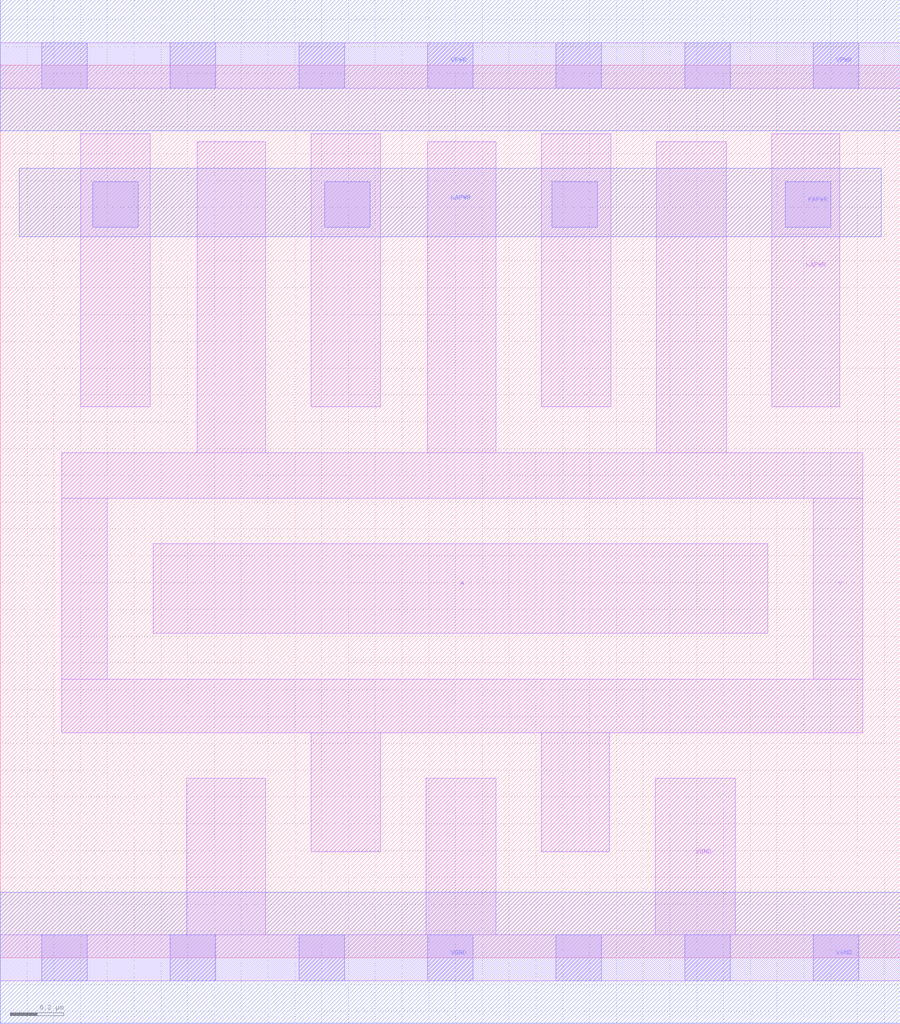
<source format=lef>
# Copyright 2020 The SkyWater PDK Authors
#
# Licensed under the Apache License, Version 2.0 (the "License");
# you may not use this file except in compliance with the License.
# You may obtain a copy of the License at
#
#     https://www.apache.org/licenses/LICENSE-2.0
#
# Unless required by applicable law or agreed to in writing, software
# distributed under the License is distributed on an "AS IS" BASIS,
# WITHOUT WARRANTIES OR CONDITIONS OF ANY KIND, either express or implied.
# See the License for the specific language governing permissions and
# limitations under the License.
#
# SPDX-License-Identifier: Apache-2.0

VERSION 5.7 ;
  NAMESCASESENSITIVE ON ;
  NOWIREEXTENSIONATPIN ON ;
  DIVIDERCHAR "/" ;
  BUSBITCHARS "[]" ;
UNITS
  DATABASE MICRONS 200 ;
END UNITS
MACRO sky130_fd_sc_lp__invkapwr_4
  CLASS CORE ;
  SOURCE USER ;
  FOREIGN sky130_fd_sc_lp__invkapwr_4 ;
  ORIGIN  0.000000  0.000000 ;
  SIZE  3.360000 BY  3.330000 ;
  SYMMETRY X Y ;
  SITE unit ;
  PIN A
    ANTENNAGATEAREA  1.386000 ;
    DIRECTION INPUT ;
    USE SIGNAL ;
    PORT
      LAYER li1 ;
        RECT 0.570000 1.210000 2.865000 1.545000 ;
    END
  END A
  PIN Y
    ANTENNADIFFAREA  1.293600 ;
    DIRECTION OUTPUT ;
    USE SIGNAL ;
    PORT
      LAYER li1 ;
        RECT 0.230000 0.840000 3.220000 1.040000 ;
        RECT 0.230000 1.040000 0.400000 1.715000 ;
        RECT 0.230000 1.715000 3.220000 1.885000 ;
        RECT 0.735000 1.885000 0.990000 3.045000 ;
        RECT 1.160000 0.395000 1.420000 0.840000 ;
        RECT 1.595000 1.885000 1.850000 3.045000 ;
        RECT 2.020000 0.395000 2.275000 0.840000 ;
        RECT 2.450000 1.885000 2.710000 3.045000 ;
        RECT 3.035000 1.040000 3.220000 1.715000 ;
    END
  END Y
  PIN KAPWR
    DIRECTION INOUT ;
    USE POWER ;
    PORT
      LAYER li1 ;
        RECT 0.300000 2.055000 0.560000 3.075000 ;
        RECT 1.160000 2.055000 1.420000 3.075000 ;
        RECT 2.020000 2.055000 2.280000 3.075000 ;
        RECT 2.880000 2.055000 3.135000 3.075000 ;
      LAYER mcon ;
        RECT 0.345000 2.725000 0.515000 2.895000 ;
        RECT 1.210000 2.725000 1.380000 2.895000 ;
        RECT 2.060000 2.725000 2.230000 2.895000 ;
        RECT 2.930000 2.725000 3.100000 2.895000 ;
      LAYER met1 ;
        RECT 0.070000 2.690000 3.290000 2.945000 ;
    END
  END KAPWR
  PIN VGND
    DIRECTION INOUT ;
    USE GROUND ;
    PORT
      LAYER li1 ;
        RECT 0.000000 -0.085000 3.360000 0.085000 ;
        RECT 0.695000  0.085000 0.990000 0.670000 ;
        RECT 1.590000  0.085000 1.850000 0.670000 ;
        RECT 2.445000  0.085000 2.745000 0.670000 ;
      LAYER mcon ;
        RECT 0.155000 -0.085000 0.325000 0.085000 ;
        RECT 0.635000 -0.085000 0.805000 0.085000 ;
        RECT 1.115000 -0.085000 1.285000 0.085000 ;
        RECT 1.595000 -0.085000 1.765000 0.085000 ;
        RECT 2.075000 -0.085000 2.245000 0.085000 ;
        RECT 2.555000 -0.085000 2.725000 0.085000 ;
        RECT 3.035000 -0.085000 3.205000 0.085000 ;
      LAYER met1 ;
        RECT 0.000000 -0.245000 3.360000 0.245000 ;
    END
  END VGND
  PIN VPWR
    DIRECTION INOUT ;
    USE POWER ;
    PORT
      LAYER li1 ;
        RECT 0.000000 3.245000 3.360000 3.415000 ;
      LAYER mcon ;
        RECT 0.155000 3.245000 0.325000 3.415000 ;
        RECT 0.635000 3.245000 0.805000 3.415000 ;
        RECT 1.115000 3.245000 1.285000 3.415000 ;
        RECT 1.595000 3.245000 1.765000 3.415000 ;
        RECT 2.075000 3.245000 2.245000 3.415000 ;
        RECT 2.555000 3.245000 2.725000 3.415000 ;
        RECT 3.035000 3.245000 3.205000 3.415000 ;
      LAYER met1 ;
        RECT 0.000000 3.085000 3.360000 3.575000 ;
    END
  END VPWR
END sky130_fd_sc_lp__invkapwr_4

</source>
